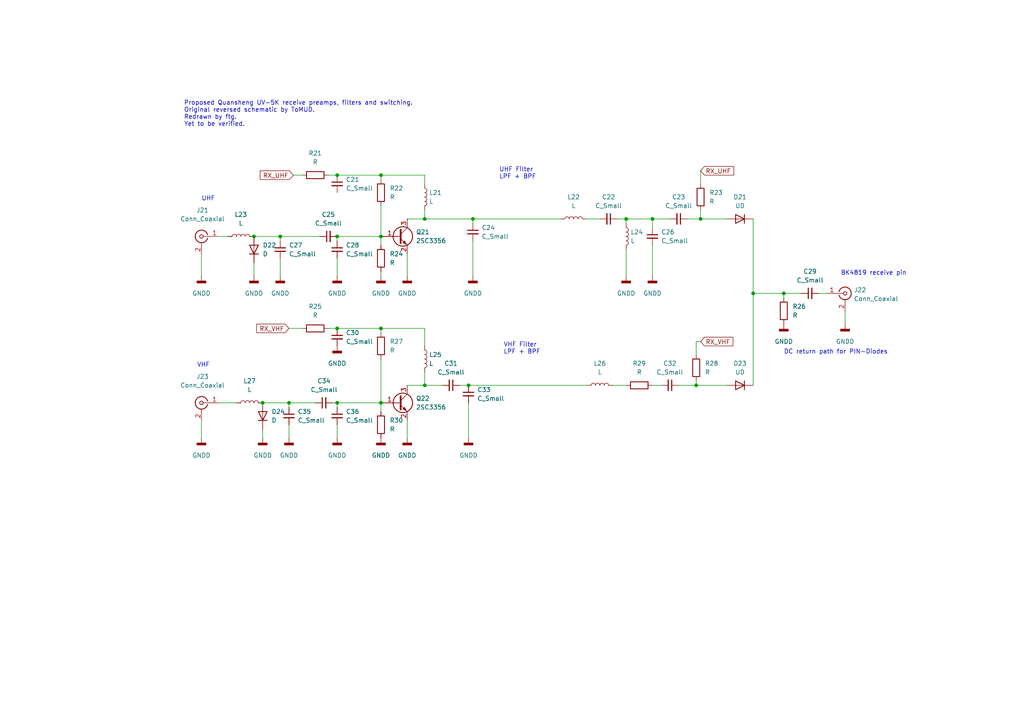
<source format=kicad_sch>
(kicad_sch (version 20230121) (generator eeschema)
  (paper "A4")
  (title_block (title "RX-Chain") (rev "ISMO OH2FTG, ftg"))
  (lib_symbols
    (symbol "UV-K5:BFR92" (pin_names (offset 0) hide)
      (property "Reference" "Q" (at 5.08 1.905 0))
      (property "Value" "BFR92" (at 5.08 0 0))
      (symbol "BFR92_0_1"
        (polyline (pts (xy 0 0) (xy 0.635 0)))
        (polyline (pts (xy 0.635 0.635) (xy 2.54 2.54)))
        (polyline (pts (xy 2.54 -2.54) (xy 0.635 -0.635)))
        (polyline (pts (xy 0.635 1.905) (xy 0.635 0) (xy 0.635 -1.905) (xy 0.635 -1.905)) (stroke (width 0.508)))
        (polyline (pts (xy 2.286 -2.286) (xy 1.778 -1.27) (xy 1.27 -1.778) (xy 2.286 -2.286) (xy 2.286 -2.286)) (fill (type outline)))
        (circle (center 1.27 0) (radius 2.8194) (stroke (width 0.254)))
      )
      (symbol "BFR92_1_1"
        (pin input line (at -5.08 0 0) (length 5.08) (name "B") (number "1"))
        (pin passive line (at 2.54 -5.08 90) (length 2.54) (name "E") (number "2"))
        (pin passive line (at 2.54 5.08 270) (length 2.54) (name "C") (number "3"))
      )
    )
    (symbol "UV-K5:C_Small" (pin_numbers hide) (pin_names (offset 0.254) hide)
      (property "Reference" "C" (at 0.254 1.778 0))
      (property "Value" "C_Small" (at 0.254 -2.032 0))
      (symbol "C_Small_0_1"
        (polyline (pts (xy -1.524 -0.508) (xy 1.524 -0.508)) (stroke (width 0.3302)))
        (polyline (pts (xy -1.524 0.508) (xy 1.524 0.508)) (stroke (width 0.3048)))
      )
      (symbol "C_Small_1_1"
        (pin passive line (at 0 2.54 270) (length 2.032) (name "~") (number "1"))
        (pin passive line (at 0 -2.54 90) (length 2.032) (name "~") (number "2"))
      )
    )
    (symbol "UV-K5:Conn_Coaxial" (pin_names (offset 1.016) hide)
      (property "Reference" "J" (at 0.254 3.048 0))
      (property "Value" "Conn_Coaxial" (at 2.921 0 90))
      (symbol "Conn_Coaxial_0_1"
        (arc (start -1.778 -0.508) (mid 0.2311 -1.8066) (end 1.778 0) (stroke (width 0.254)))
        (polyline (pts (xy -2.54 0) (xy -0.508 0)))
        (polyline (pts (xy 0 -2.54) (xy 0 -1.778)))
        (circle (center 0 0) (radius 0.508) (stroke (width 0.2032)))
        (arc (start 1.778 0) (mid 0.2099 1.8101) (end -1.778 0.508) (stroke (width 0.254)))
      )
      (symbol "Conn_Coaxial_1_1"
        (pin passive line (at -5.08 0 0) (length 2.54) (name "In") (number "1"))
        (pin passive line (at 0 -5.08 90) (length 2.54) (name "Ext") (number "2"))
      )
    )
    (symbol "UV-K5:D" (pin_numbers hide) (pin_names (offset 1.016) hide)
      (property "Reference" "D" (at 0 2.54 0))
      (property "Value" "D" (at 0 -2.54 0))
      (symbol "D_0_1"
        (polyline (pts (xy -1.27 1.27) (xy -1.27 -1.27)) (stroke (width 0.254)))
        (polyline (pts (xy 1.27 0) (xy -1.27 0)))
        (polyline (pts (xy 1.27 1.27) (xy 1.27 -1.27) (xy -1.27 0) (xy 1.27 1.27)) (stroke (width 0.254)))
      )
      (symbol "D_1_1"
        (pin passive line (at -3.81 0 0) (length 2.54) (name "K") (number "1"))
        (pin passive line (at 3.81 0 180) (length 2.54) (name "A") (number "2"))
      )
    )
    (symbol "UV-K5:L" (pin_numbers hide) (pin_names (offset 1.016) hide)
      (property "Reference" "L" (at -1.27 0 90))
      (property "Value" "L" (at 1.905 0 90))
      (symbol "L_0_1"
        (arc (start 0 -2.54) (mid 0.6323 -1.905) (end 0 -1.27))
        (arc (start 0 -1.27) (mid 0.6323 -0.635) (end 0 0))
        (arc (start 0 0) (mid 0.6323 0.635) (end 0 1.27))
        (arc (start 0 1.27) (mid 0.6323 1.905) (end 0 2.54))
      )
      (symbol "L_1_1"
        (pin passive line (at 0 3.81 270) (length 1.27) (name "1") (number "1"))
        (pin passive line (at 0 -3.81 90) (length 1.27) (name "2") (number "2"))
      )
    )
    (symbol "UV-K5:R" (pin_numbers hide) (pin_names (offset 0))
      (property "Reference" "R" (at 2.032 0 90))
      (property "Value" "R" (at 0 0 90))
      (symbol "R_0_1"
        (rectangle (start -1.016 -2.54) (end 1.016 2.54) (stroke (width 0.254)))
      )
      (symbol "R_1_1"
        (pin passive line (at 0 3.81 270) (length 1.27) (name "~") (number "1"))
        (pin passive line (at 0 -3.81 90) (length 1.27) (name "~") (number "2"))
      )
    )
    (symbol "power:GNDD" (power) (pin_names (offset 0))
      (property "Value" "GNDD" (at 0 -3.175 0))
      (symbol "GNDD_0_1"
        (rectangle (start -1.27 -1.524) (end 1.27 -2.032) (stroke (width 0.254)) (fill (type outline)))
        (polyline (pts (xy 0 0) (xy 0 -1.524)))
      )
      (symbol "GNDD_1_1"
        (pin power_in line (at 0 0 270) (length 0) hide (name "GNDD") (number "1"))
      )
    )
  )
  (junction (at 81.28 68.58))
  (junction (at 73.66 68.58))
  (junction (at 123.19 111.76))
  (junction (at 123.19 63.5))
  (junction (at 110.49 68.58))
  (junction (at 110.49 116.84))
  (junction (at 135.89 111.76))
  (junction (at 83.82 116.84))
  (junction (at 76.2 116.84))
  (junction (at 201.93 111.76))
  (junction (at 97.79 68.58))
  (junction (at 97.79 116.84))
  (junction (at 189.23 63.5))
  (junction (at 137.16 63.5))
  (junction (at 97.79 50.8))
  (junction (at 227.33 85.09))
  (junction (at 218.44 85.09))
  (junction (at 181.61 63.5))
  (junction (at 110.49 50.8))
  (junction (at 203.2 63.5))
  (junction (at 97.79 95.25))
  (junction (at 110.49 95.25))
  (wire (pts (xy 133.35 111.76) (xy 135.89 111.76)))
  (wire (pts (xy 118.11 63.5) (xy 123.19 63.5)))
  (wire (pts (xy 201.93 99.06) (xy 203.2 99.06)))
  (wire (pts (xy 227.33 86.36) (xy 227.33 85.09)))
  (wire (pts (xy 137.16 63.5) (xy 162.56 63.5)))
  (wire (pts (xy 118.11 111.76) (xy 123.19 111.76)))
  (wire (pts (xy 123.19 60.96) (xy 123.19 63.5)))
  (wire (pts (xy 218.44 63.5) (xy 218.44 85.09)))
  (wire (pts (xy 137.16 80.01) (xy 137.16 69.85)))
  (wire (pts (xy 97.79 69.85) (xy 97.79 68.58)))
  (wire (pts (xy 218.44 85.09) (xy 218.44 111.76)))
  (wire (pts (xy 110.49 116.84) (xy 110.49 119.38)))
  (wire (pts (xy 135.89 116.84) (xy 135.89 127)))
  (wire (pts (xy 199.39 63.5) (xy 203.2 63.5)))
  (wire (pts (xy 97.79 95.25) (xy 110.49 95.25)))
  (wire (pts (xy 181.61 64.77) (xy 181.61 63.5)))
  (wire (pts (xy 81.28 68.58) (xy 92.71 68.58)))
  (wire (pts (xy 95.25 95.25) (xy 97.79 95.25)))
  (wire (pts (xy 179.07 63.5) (xy 181.61 63.5)))
  (wire (pts (xy 110.49 59.69) (xy 110.49 68.58)))
  (wire (pts (xy 189.23 63.5) (xy 189.23 66.04)))
  (wire (pts (xy 97.79 116.84) (xy 97.79 118.11)))
  (wire (pts (xy 96.52 116.84) (xy 97.79 116.84)))
  (wire (pts (xy 123.19 50.8) (xy 110.49 50.8)))
  (wire (pts (xy 118.11 127) (xy 118.11 121.92)))
  (wire (pts (xy 177.8 111.76) (xy 181.61 111.76)))
  (wire (pts (xy 123.19 100.33) (xy 123.19 95.25)))
  (wire (pts (xy 73.66 68.58) (xy 81.28 68.58)))
  (wire (pts (xy 189.23 80.01) (xy 189.23 71.12)))
  (wire (pts (xy 110.49 68.58) (xy 110.49 71.12)))
  (wire (pts (xy 123.19 95.25) (xy 110.49 95.25)))
  (wire (pts (xy 227.33 85.09) (xy 232.41 85.09)))
  (wire (pts (xy 91.44 116.84) (xy 83.82 116.84)))
  (wire (pts (xy 181.61 63.5) (xy 189.23 63.5)))
  (wire (pts (xy 63.5 68.58) (xy 66.04 68.58)))
  (wire (pts (xy 245.11 93.98) (xy 245.11 90.17)))
  (wire (pts (xy 97.79 116.84) (xy 110.49 116.84)))
  (wire (pts (xy 181.61 80.01) (xy 181.61 72.39)))
  (wire (pts (xy 203.2 63.5) (xy 210.82 63.5)))
  (wire (pts (xy 189.23 63.5) (xy 194.31 63.5)))
  (wire (pts (xy 128.27 111.76) (xy 123.19 111.76)))
  (wire (pts (xy 201.93 111.76) (xy 210.82 111.76)))
  (wire (pts (xy 97.79 68.58) (xy 110.49 68.58)))
  (wire (pts (xy 218.44 85.09) (xy 227.33 85.09)))
  (wire (pts (xy 118.11 80.01) (xy 118.11 73.66)))
  (wire (pts (xy 123.19 53.34) (xy 123.19 50.8)))
  (wire (pts (xy 83.82 95.25) (xy 87.63 95.25)))
  (wire (pts (xy 73.66 80.01) (xy 73.66 76.2)))
  (wire (pts (xy 137.16 63.5) (xy 137.16 64.77)))
  (wire (pts (xy 97.79 80.01) (xy 97.79 74.93)))
  (wire (pts (xy 123.19 111.76) (xy 123.19 107.95)))
  (wire (pts (xy 123.19 63.5) (xy 137.16 63.5)))
  (wire (pts (xy 203.2 60.96) (xy 203.2 63.5)))
  (wire (pts (xy 97.79 50.8) (xy 95.25 50.8)))
  (wire (pts (xy 201.93 110.49) (xy 201.93 111.76)))
  (wire (pts (xy 170.18 63.5) (xy 173.99 63.5)))
  (wire (pts (xy 81.28 68.58) (xy 81.28 69.85)))
  (wire (pts (xy 201.93 102.87) (xy 201.93 99.06)))
  (wire (pts (xy 189.23 111.76) (xy 191.77 111.76)))
  (wire (pts (xy 237.49 85.09) (xy 240.03 85.09)))
  (wire (pts (xy 83.82 116.84) (xy 83.82 118.11)))
  (wire (pts (xy 110.49 104.14) (xy 110.49 116.84)))
  (wire (pts (xy 196.85 111.76) (xy 201.93 111.76)))
  (wire (pts (xy 97.79 127) (xy 97.79 123.19)))
  (wire (pts (xy 110.49 95.25) (xy 110.49 96.52)))
  (wire (pts (xy 97.79 50.8) (xy 110.49 50.8)))
  (wire (pts (xy 110.49 78.74) (xy 110.49 80.01)))
  (wire (pts (xy 58.42 80.01) (xy 58.42 73.66)))
  (wire (pts (xy 85.09 50.8) (xy 87.63 50.8)))
  (wire (pts (xy 135.89 111.76) (xy 170.18 111.76)))
  (wire (pts (xy 76.2 127) (xy 76.2 124.46)))
  (wire (pts (xy 76.2 116.84) (xy 83.82 116.84)))
  (wire (pts (xy 58.42 127) (xy 58.42 121.92)))
  (wire (pts (xy 83.82 127) (xy 83.82 123.19)))
  (wire (pts (xy 203.2 49.53) (xy 203.2 53.34)))
  (wire (pts (xy 110.49 50.8) (xy 110.49 52.07)))
  (wire (pts (xy 63.5 116.84) (xy 68.58 116.84)))
  (wire (pts (xy 81.28 80.01) (xy 81.28 74.93)))
  (text "BK4819 receive pin\n" (at 243.84 80.01 0) (effects (font (size 1.27 1.27)) (justify left bottom)))
  (text "UHF Filter\nLPF + BPF" (at 144.78 52.07 0) (effects (font (size 1.27 1.27)) (justify left bottom)))
  (text "VHF\n" (at 57.15 106.68 0) (effects (font (size 1.27 1.27)) (justify left bottom)))
  (text "UHF\n" (at 58.42 58.42 0) (effects (font (size 1.27 1.27)) (justify left bottom)))
  (text "DC return path for PIN-Diodes\n" (at 227.33 102.87 0) (effects (font (size 1.27 1.27)) (justify left bottom)))
  (text "Proposed Quansheng UV-5K receive preamps, filters and switching.\nOriginal reversed schematic by ToMUD.\nRedrawn by ftg.\nYet to be verified." (at 53.34 36.83 0) (effects (font (size 1.27 1.27)) (justify left bottom)))
  (text "VHF Filter\nLPF + BPF" (at 146.05 102.87 0) (effects (font (size 1.27 1.27)) (justify left bottom)))
  (global_label "RX_UHF" (shape input) (at 203.2 49.53 0) (property "Intersheetrefs" "${INTERSHEET_REFS}" (at 212.8098 49.4506 0) (effects (justify left))))
  (global_label "RX_UHF" (shape input) (at 85.09 50.8 180) (property "Intersheetrefs" "${INTERSHEET_REFS}" (at 75.4802 50.7206 0) (effects (justify right))))
  (global_label "RX_VHF" (shape input) (at 203.2 99.06 0) (property "Intersheetrefs" "${INTERSHEET_REFS}" (at 212.5679 98.9806 0) (effects (justify left))))
  (global_label "RX_VHF" (shape input) (at 83.82 95.25 180) (property "Intersheetrefs" "${INTERSHEET_REFS}" (at 74.4521 95.1706 0) (effects (justify right))))
  (symbol (lib_id "power:GNDD") (at 81.28 80.01 0) (unit 1)
    (property "Reference" "#PWR026" (effects hide))
    (property "Value" "GNDD" (at 81.28 85.09 0))
  )
  (symbol (lib_id "UV-K5:BFR92") (at 115.57 68.58 0) (unit 1)
    (property "Reference" "Q21" (at 120.65 67.3099 0) (effects (justify left)))
    (property "Value" "2SC3356" (at 120.65 69.8499 0) (effects (justify left)))
    (property "Footprint" "Package_TO_SOT_SMD:SOT-323_SC-70" (effects hide))
    (property "Datasheet" "https://assets.nexperia.com/documents/data-sheet/BFR92A_N.pdf" (effects hide))
  )
  (symbol (lib_id "UV-K5:C_Small") (at 97.79 97.79 0) (unit 1)
    (property "Reference" "C30" (at 100.33 96.5262 0) (effects (justify left)))
    (property "Value" "C_Small" (at 100.33 99.0662 0) (effects (justify left)))
  )
  (symbol (lib_id "UV-K5:Conn_Coaxial") (at 58.42 68.58 0) (mirror y) (unit 1)
    (property "Reference" "J21" (at 58.7374 60.96 0))
    (property "Value" "Conn_Coaxial" (at 58.7374 63.5 0))
    (property "Datasheet" " ~" (effects hide))
  )
  (symbol (lib_id "UV-K5:R") (at 91.44 50.8 90) (unit 1)
    (property "Reference" "R21" (at 91.44 44.45 90))
    (property "Value" "R" (at 91.44 46.99 90))
  )
  (symbol (lib_id "UV-K5:C_Small") (at 189.23 68.58 0) (unit 1)
    (property "Reference" "C26" (at 191.77 67.3162 0) (effects (justify left)))
    (property "Value" "C_Small" (at 191.77 69.8562 0) (effects (justify left)))
  )
  (symbol (lib_id "UV-K5:R") (at 110.49 123.19 0) (unit 1)
    (property "Reference" "R30" (at 113.03 121.9199 0) (effects (justify left)))
    (property "Value" "R" (at 113.03 124.4599 0) (effects (justify left)))
  )
  (symbol (lib_id "UV-K5:Conn_Coaxial") (at 58.42 116.84 0) (mirror y) (unit 1)
    (property "Reference" "J23" (at 58.7374 109.22 0))
    (property "Value" "Conn_Coaxial" (at 58.7374 111.76 0))
    (property "Datasheet" " ~" (effects hide))
  )
  (symbol (lib_id "UV-K5:BFR92") (at 115.57 116.84 0) (unit 1)
    (property "Reference" "Q22" (at 120.65 115.5699 0) (effects (justify left)))
    (property "Value" "2SC3356" (at 120.65 118.1099 0) (effects (justify left)))
    (property "Footprint" "Package_TO_SOT_SMD:SOT-323_SC-70" (effects hide))
    (property "Datasheet" "https://assets.nexperia.com/documents/data-sheet/BFR92A_N.pdf" (effects hide))
  )
  (symbol (lib_id "power:GNDD") (at 118.11 127 0) (unit 1)
    (property "Reference" "#PWR035" (effects hide))
    (property "Value" "GNDD" (at 118.11 132.08 0))
  )
  (symbol (lib_id "power:GNDD") (at 227.33 93.98 0) (unit 1)
    (property "Reference" "#PWR032" (effects hide))
    (property "Value" "GNDD" (at 227.33 99.06 0))
  )
  (symbol (lib_id "power:GNDD") (at 97.79 80.01 0) (unit 1)
    (property "Reference" "#PWR027" (effects hide))
    (property "Value" "GNDD" (at 97.79 85.09 0))
  )
  (symbol (lib_id "UV-K5:R") (at 110.49 55.88 0) (unit 1)
    (property "Reference" "R22" (at 113.03 54.6099 0) (effects (justify left)))
    (property "Value" "R" (at 113.03 57.1499 0) (effects (justify left)))
  )
  (symbol (lib_id "UV-K5:C_Small") (at 196.85 63.5 270) (unit 1)
    (property "Reference" "C23" (at 196.8436 57.15 90))
    (property "Value" "C_Small" (at 196.8436 59.69 90))
  )
  (symbol (lib_id "power:GNDD") (at 110.49 80.01 0) (unit 1)
    (property "Reference" "#PWR029" (effects hide))
    (property "Value" "GNDD" (at 110.49 85.09 0))
  )
  (symbol (lib_id "UV-K5:R") (at 185.42 111.76 90) (unit 1)
    (property "Reference" "R29" (at 185.42 105.41 90))
    (property "Value" "R" (at 185.42 107.95 90))
  )
  (symbol (lib_id "UV-K5:C_Small") (at 97.79 72.39 0) (unit 1)
    (property "Reference" "C28" (at 100.33 71.1262 0) (effects (justify left)))
    (property "Value" "C_Small" (at 100.33 73.6662 0) (effects (justify left)))
  )
  (symbol (lib_id "UV-K5:R") (at 201.93 106.68 180) (unit 1)
    (property "Reference" "R28" (at 204.47 105.4099 0) (effects (justify right)))
    (property "Value" "R" (at 204.47 107.9499 0) (effects (justify right)))
  )
  (symbol (lib_id "UV-K5:D") (at 76.2 120.65 270) (mirror x) (unit 1)
    (property "Reference" "D24" (at 78.74 119.3799 90) (effects (justify left)))
    (property "Value" "D" (at 78.74 121.9199 90) (effects (justify left)))
  )
  (symbol (lib_id "power:GNDD") (at 110.49 127 0) (unit 1)
    (property "Reference" "#PWR039" (effects hide))
    (property "Value" "GNDD" (at 110.49 132.08 0))
  )
  (symbol (lib_id "power:GNDD") (at 135.89 127 0) (unit 1)
    (property "Reference" "#PWR033" (effects hide))
    (property "Value" "GNDD" (at 135.89 132.08 0))
  )
  (symbol (lib_id "UV-K5:C_Small") (at 95.25 68.58 90) (unit 1)
    (property "Reference" "C25" (at 95.25 62.23 90))
    (property "Value" "C_Small" (at 95.2563 64.77 90))
  )
  (symbol (lib_id "power:GNDD") (at 73.66 80.01 0) (unit 1)
    (property "Reference" "#PWR028" (effects hide))
    (property "Value" "GNDD" (at 73.66 85.09 0))
  )
  (symbol (lib_id "UV-K5:R") (at 110.49 100.33 0) (unit 1)
    (property "Reference" "R27" (at 113.03 99.0599 0) (effects (justify left)))
    (property "Value" "R" (at 113.03 101.5999 0) (effects (justify left)))
  )
  (symbol (lib_id "UV-K5:C_Small") (at 97.79 120.65 0) (unit 1)
    (property "Reference" "C36" (at 100.33 119.3862 0) (effects (justify left)))
    (property "Value" "C_Small" (at 100.33 121.9262 0) (effects (justify left)))
  )
  (symbol (lib_id "power:GNDD") (at 58.42 80.01 0) (unit 1)
    (property "Reference" "#PWR024" (effects hide))
    (property "Value" "GNDD" (at 58.42 85.09 0))
  )
  (symbol (lib_id "UV-K5:R") (at 227.33 90.17 180) (unit 1)
    (property "Reference" "R26" (at 229.87 88.8999 0) (effects (justify right)))
    (property "Value" "R" (at 229.87 91.4399 0) (effects (justify right)))
  )
  (symbol (lib_id "power:GNDD") (at 118.11 80.01 0) (unit 1)
    (property "Reference" "#PWR025" (effects hide))
    (property "Value" "GNDD" (at 118.11 85.09 0))
  )
  (symbol (lib_id "UV-K5:C_Small") (at 176.53 63.5 270) (unit 1)
    (property "Reference" "C22" (at 176.5236 57.15 90))
    (property "Value" "C_Small" (at 176.5236 59.69 90))
  )
  (symbol (lib_id "UV-K5:C_Small") (at 194.31 111.76 270) (unit 1)
    (property "Reference" "C32" (at 194.3036 105.41 90))
    (property "Value" "C_Small" (at 194.3036 107.95 90))
  )
  (symbol (lib_id "UV-K5:C_Small") (at 93.98 116.84 90) (unit 1)
    (property "Reference" "C34" (at 93.98 110.49 90))
    (property "Value" "C_Small" (at 93.9863 113.03 90))
  )
  (symbol (lib_id "UV-K5:R") (at 91.44 95.25 90) (unit 1)
    (property "Reference" "R25" (at 91.44 88.9 90))
    (property "Value" "R" (at 91.44 91.44 90))
  )
  (symbol (lib_id "UV-K5:Conn_Coaxial") (at 245.11 85.09 0) (unit 1)
    (property "Reference" "J22" (at 247.65 84.1131 0) (effects (justify left)))
    (property "Value" "Conn_Coaxial" (at 247.65 86.6531 0) (effects (justify left)))
    (property "Datasheet" " ~" (effects hide))
  )
  (symbol (lib_id "power:GNDD") (at 83.82 127 0) (unit 1)
    (property "Reference" "#PWR036" (effects hide))
    (property "Value" "GNDD" (at 83.82 132.08 0))
  )
  (symbol (lib_id "UV-K5:C_Small") (at 81.28 72.39 0) (unit 1)
    (property "Reference" "C27" (at 83.82 71.1262 0) (effects (justify left)))
    (property "Value" "C_Small" (at 83.82 73.6662 0) (effects (justify left)))
  )
  (symbol (lib_id "power:GNDD") (at 189.23 80.01 0) (unit 1)
    (property "Reference" "#PWR022" (effects hide))
    (property "Value" "GNDD" (at 189.23 85.09 0))
  )
  (symbol (lib_id "UV-K5:C_Small") (at 137.16 67.31 0) (unit 1)
    (property "Reference" "C24" (at 139.7 66.0462 0) (effects (justify left)))
    (property "Value" "C_Small" (at 139.7 68.5862 0) (effects (justify left)))
  )
  (symbol (lib_id "UV-K5:L") (at 123.19 57.15 0) (unit 1)
    (property "Reference" "L21" (at 124.46 55.8799 0) (effects (justify left)))
    (property "Value" "L" (at 124.46 58.4199 0) (effects (justify left)))
  )
  (symbol (lib_id "power:GNDD") (at 76.2 127 0) (unit 1)
    (property "Reference" "#PWR038" (effects hide))
    (property "Value" "GNDD" (at 76.2 132.08 0))
  )
  (symbol (lib_id "power:GNDD") (at 181.61 80.01 0) (unit 1)
    (property "Reference" "#PWR023" (effects hide))
    (property "Value" "GNDD" (at 181.61 85.09 0))
  )
  (symbol (lib_id "UV-K5:C_Small") (at 97.79 53.34 0) (unit 1)
    (property "Reference" "C21" (at 100.33 52.0762 0) (effects (justify left)))
    (property "Value" "C_Small" (at 100.33 54.6162 0) (effects (justify left)))
  )
  (symbol (lib_id "power:GNDD") (at 245.11 93.98 0) (unit 1)
    (property "Reference" "#PWR030" (effects hide))
    (property "Value" "GNDD" (at 245.11 99.06 0))
  )
  (symbol (lib_id "power:GNDD") (at 97.79 127 0) (unit 1)
    (property "Reference" "#PWR037" (effects hide))
    (property "Value" "GNDD" (at 97.79 132.08 0))
  )
  (symbol (lib_id "UV-K5:L") (at 181.61 68.58 0) (unit 1)
    (property "Reference" "L24" (at 182.88 67.3099 0) (effects (justify left)))
    (property "Value" "L" (at 182.88 69.8499 0) (effects (justify left)))
  )
  (symbol (lib_id "UV-K5:R") (at 110.49 74.93 0) (unit 1)
    (property "Reference" "R24" (at 113.03 73.6599 0) (effects (justify left)))
    (property "Value" "R" (at 113.03 76.1999 0) (effects (justify left)))
  )
  (symbol (lib_id "UV-K5:L") (at 173.99 111.76 90) (unit 1)
    (property "Reference" "L26" (at 173.99 105.41 90))
    (property "Value" "L" (at 173.99 107.95 90))
  )
  (symbol (lib_id "UV-K5:R") (at 203.2 57.15 180) (unit 1)
    (property "Reference" "R23" (at 205.74 55.8799 0) (effects (justify right)))
    (property "Value" "R" (at 205.74 58.4199 0) (effects (justify right)))
  )
  (symbol (lib_id "UV-K5:D") (at 73.66 72.39 270) (mirror x) (unit 1)
    (property "Reference" "D22" (at 76.2 71.1199 90) (effects (justify left)))
    (property "Value" "D" (at 76.2 73.6599 90) (effects (justify left)))
  )
  (symbol (lib_id "UV-K5:C_Small") (at 83.82 120.65 0) (unit 1)
    (property "Reference" "C35" (at 86.36 119.3862 0) (effects (justify left)))
    (property "Value" "C_Small" (at 86.36 121.9262 0) (effects (justify left)))
  )
  (symbol (lib_id "UV-K5:L") (at 72.39 116.84 90) (unit 1)
    (property "Reference" "L27" (at 72.39 110.49 90))
    (property "Value" "L" (at 72.39 113.03 90))
  )
  (symbol (lib_id "power:GNDD") (at 137.16 80.01 0) (unit 1)
    (property "Reference" "#PWR021" (effects hide))
    (property "Value" "GNDD" (at 137.16 85.09 0))
  )
  (symbol (lib_id "power:GNDD") (at 58.42 127 0) (unit 1)
    (property "Reference" "#PWR034" (effects hide))
    (property "Value" "GNDD" (at 58.42 132.08 0))
  )
  (symbol (lib_id "UV-K5:C_Small") (at 234.95 85.09 90) (unit 1)
    (property "Reference" "C29" (at 234.9563 78.74 90))
    (property "Value" "C_Small" (at 234.9563 81.28 90))
  )
  (symbol (lib_id "UV-K5:L") (at 69.85 68.58 90) (unit 1)
    (property "Reference" "L23" (at 69.85 62.23 90))
    (property "Value" "L" (at 69.85 64.77 90))
  )
  (symbol (lib_id "UV-K5:D") (at 214.63 111.76 0) (mirror y) (unit 1)
    (property "Reference" "D23" (at 214.63 105.41 0))
    (property "Value" "UD" (at 214.63 107.95 0))
  )
  (symbol (lib_id "power:GNDD") (at 97.79 100.33 0) (unit 1)
    (property "Reference" "#PWR031" (effects hide))
    (property "Value" "GNDD" (at 97.79 105.41 0))
  )
  (symbol (lib_id "UV-K5:D") (at 214.63 63.5 0) (mirror y) (unit 1)
    (property "Reference" "D21" (at 214.63 57.15 0))
    (property "Value" "UD" (at 214.63 59.69 0))
  )
  (symbol (lib_id "UV-K5:L") (at 166.37 63.5 90) (unit 1)
    (property "Reference" "L22" (at 166.37 57.15 90))
    (property "Value" "L" (at 166.37 59.69 90))
  )
  (symbol (lib_id "UV-K5:C_Small") (at 130.81 111.76 270) (unit 1)
    (property "Reference" "C31" (at 130.8036 105.41 90))
    (property "Value" "C_Small" (at 130.8036 107.95 90))
  )
  (symbol (lib_id "UV-K5:C_Small") (at 135.89 114.3 0) (unit 1)
    (property "Reference" "C33" (at 138.43 113.0362 0) (effects (justify left)))
    (property "Value" "C_Small" (at 138.43 115.5762 0) (effects (justify left)))
  )
  (symbol (lib_id "UV-K5:L") (at 123.19 104.14 0) (unit 1)
    (property "Reference" "L25" (at 124.46 102.8699 0) (effects (justify left)))
    (property "Value" "L" (at 124.46 105.4099 0) (effects (justify left)))
  )
)
</source>
